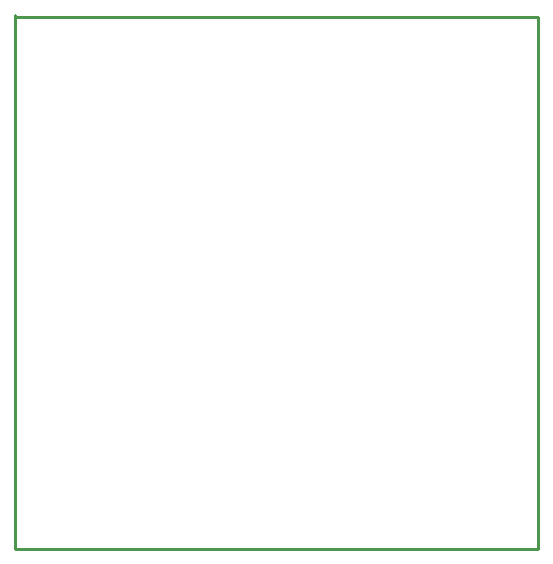
<source format=gko>
G04*
G04 #@! TF.GenerationSoftware,Altium Limited,Altium Designer,20.0.9 (164)*
G04*
G04 Layer_Color=16711935*
%FSLAX25Y25*%
%MOIN*%
G70*
G01*
G75*
%ADD12C,0.01000*%
D12*
X500Y178500D02*
X174500D01*
X0Y179000D02*
X500Y178500D01*
X0Y1000D02*
Y179000D01*
Y1000D02*
X174500D01*
Y178500D01*
M02*

</source>
